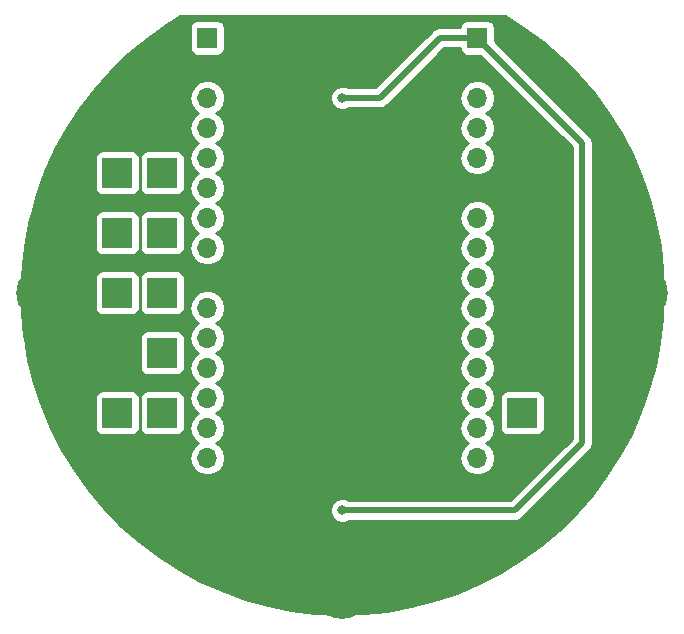
<source format=gbr>
G04 #@! TF.GenerationSoftware,KiCad,Pcbnew,5.0.2+dfsg1-1*
G04 #@! TF.CreationDate,2021-08-24T19:42:59-04:00*
G04 #@! TF.ProjectId,WIFI_RGB_PCB,57494649-5f52-4474-925f-5043422e6b69,rev?*
G04 #@! TF.SameCoordinates,Original*
G04 #@! TF.FileFunction,Copper,L2,Bot*
G04 #@! TF.FilePolarity,Positive*
%FSLAX46Y46*%
G04 Gerber Fmt 4.6, Leading zero omitted, Abs format (unit mm)*
G04 Created by KiCad (PCBNEW 5.0.2+dfsg1-1) date Tue 24 Aug 2021 07:42:59 PM EDT*
%MOMM*%
%LPD*%
G01*
G04 APERTURE LIST*
G04 #@! TA.AperFunction,ComponentPad*
%ADD10C,4.400000*%
G04 #@! TD*
G04 #@! TA.AperFunction,ComponentPad*
%ADD11R,1.700000X1.700000*%
G04 #@! TD*
G04 #@! TA.AperFunction,ComponentPad*
%ADD12O,1.700000X1.700000*%
G04 #@! TD*
G04 #@! TA.AperFunction,ComponentPad*
%ADD13R,2.500000X2.500000*%
G04 #@! TD*
G04 #@! TA.AperFunction,ViaPad*
%ADD14C,0.800000*%
G04 #@! TD*
G04 #@! TA.AperFunction,Conductor*
%ADD15C,0.508000*%
G04 #@! TD*
G04 #@! TA.AperFunction,Conductor*
%ADD16C,0.254000*%
G04 #@! TD*
G04 APERTURE END LIST*
D10*
G04 #@! TO.P,H4,1*
G04 #@! TO.N,GND*
X96520000Y-115570000D03*
G04 #@! TD*
G04 #@! TO.P,H2,1*
G04 #@! TO.N,GND*
X96520000Y-69850000D03*
G04 #@! TD*
G04 #@! TO.P,H1,1*
G04 #@! TO.N,GND*
X71120000Y-90170000D03*
G04 #@! TD*
G04 #@! TO.P,H3,1*
G04 #@! TO.N,GND*
X121920000Y-90170000D03*
G04 #@! TD*
D11*
G04 #@! TO.P,J2,1*
G04 #@! TO.N,Net-(J2-Pad1)*
X85090000Y-68580000D03*
D12*
G04 #@! TO.P,J2,2*
G04 #@! TO.N,GND*
X85090000Y-71120000D03*
G04 #@! TO.P,J2,3*
G04 #@! TO.N,/TX*
X85090000Y-73660000D03*
G04 #@! TO.P,J2,4*
G04 #@! TO.N,/RX*
X85090000Y-76200000D03*
G04 #@! TO.P,J2,5*
G04 #@! TO.N,/D8*
X85090000Y-78740000D03*
G04 #@! TO.P,J2,6*
G04 #@! TO.N,/D7*
X85090000Y-81280000D03*
G04 #@! TO.P,J2,7*
G04 #@! TO.N,/D6*
X85090000Y-83820000D03*
G04 #@! TO.P,J2,8*
G04 #@! TO.N,/D5*
X85090000Y-86360000D03*
G04 #@! TO.P,J2,9*
G04 #@! TO.N,GND*
X85090000Y-88900000D03*
G04 #@! TO.P,J2,10*
G04 #@! TO.N,/3V3*
X85090000Y-91440000D03*
G04 #@! TO.P,J2,11*
G04 #@! TO.N,/D4*
X85090000Y-93980000D03*
G04 #@! TO.P,J2,12*
G04 #@! TO.N,/D3*
X85090000Y-96520000D03*
G04 #@! TO.P,J2,13*
G04 #@! TO.N,/D2*
X85090000Y-99060000D03*
G04 #@! TO.P,J2,14*
G04 #@! TO.N,/D1*
X85090000Y-101600000D03*
G04 #@! TO.P,J2,15*
G04 #@! TO.N,/D0*
X85090000Y-104140000D03*
G04 #@! TD*
D13*
G04 #@! TO.P,TP1,1*
G04 #@! TO.N,/ADC0*
X111760000Y-100330000D03*
G04 #@! TD*
G04 #@! TO.P,TP2,1*
G04 #@! TO.N,/D3*
X81280000Y-100330000D03*
G04 #@! TD*
G04 #@! TO.P,TP3,1*
G04 #@! TO.N,/D4*
X77470000Y-100330000D03*
G04 #@! TD*
G04 #@! TO.P,TP4,1*
G04 #@! TO.N,/3V3*
X81280000Y-95250000D03*
G04 #@! TD*
G04 #@! TO.P,TP5,1*
G04 #@! TO.N,GND*
X77470000Y-95250000D03*
G04 #@! TD*
G04 #@! TO.P,TP6,1*
G04 #@! TO.N,/D5*
X81280000Y-90170000D03*
G04 #@! TD*
G04 #@! TO.P,TP7,1*
G04 #@! TO.N,/D6*
X77470000Y-90170000D03*
G04 #@! TD*
G04 #@! TO.P,TP9,1*
G04 #@! TO.N,/D8*
X77470000Y-85090000D03*
G04 #@! TD*
G04 #@! TO.P,TP10,1*
G04 #@! TO.N,/RX*
X81280000Y-80010000D03*
G04 #@! TD*
G04 #@! TO.P,TP11,1*
G04 #@! TO.N,/TX*
X77470000Y-80010000D03*
G04 #@! TD*
G04 #@! TO.P,TP8,1*
G04 #@! TO.N,/D7*
X81280000Y-85090000D03*
G04 #@! TD*
D12*
G04 #@! TO.P,J1,15*
G04 #@! TO.N,/ADC0*
X107950000Y-104140000D03*
G04 #@! TO.P,J1,14*
G04 #@! TO.N,Net-(J1-Pad14)*
X107950000Y-101600000D03*
G04 #@! TO.P,J1,13*
G04 #@! TO.N,Net-(J1-Pad13)*
X107950000Y-99060000D03*
G04 #@! TO.P,J1,12*
G04 #@! TO.N,Net-(J1-Pad12)*
X107950000Y-96520000D03*
G04 #@! TO.P,J1,11*
G04 #@! TO.N,Net-(J1-Pad11)*
X107950000Y-93980000D03*
G04 #@! TO.P,J1,10*
G04 #@! TO.N,Net-(J1-Pad10)*
X107950000Y-91440000D03*
G04 #@! TO.P,J1,9*
G04 #@! TO.N,Net-(J1-Pad9)*
X107950000Y-88900000D03*
G04 #@! TO.P,J1,8*
G04 #@! TO.N,Net-(J1-Pad8)*
X107950000Y-86360000D03*
G04 #@! TO.P,J1,7*
G04 #@! TO.N,Net-(J1-Pad7)*
X107950000Y-83820000D03*
G04 #@! TO.P,J1,6*
G04 #@! TO.N,GND*
X107950000Y-81280000D03*
G04 #@! TO.P,J1,5*
G04 #@! TO.N,Net-(J1-Pad5)*
X107950000Y-78740000D03*
G04 #@! TO.P,J1,4*
G04 #@! TO.N,Net-(J1-Pad4)*
X107950000Y-76200000D03*
G04 #@! TO.P,J1,3*
G04 #@! TO.N,Net-(J1-Pad3)*
X107950000Y-73660000D03*
G04 #@! TO.P,J1,2*
G04 #@! TO.N,GND*
X107950000Y-71120000D03*
D11*
G04 #@! TO.P,J1,1*
G04 #@! TO.N,+5V*
X107950000Y-68580000D03*
G04 #@! TD*
D14*
G04 #@! TO.N,GND*
X95570000Y-100076000D03*
X100142000Y-96266004D03*
X91252005Y-103184991D03*
G04 #@! TO.N,+5V*
X96520000Y-108585000D03*
X96520000Y-73660000D03*
G04 #@! TD*
D15*
G04 #@! TO.N,+5V*
X116840000Y-77470000D02*
X107950000Y-68580000D01*
X111760000Y-107950000D02*
X116840000Y-102870000D01*
X116840000Y-102870000D02*
X116840000Y-77470000D01*
X111125000Y-108585000D02*
X116840000Y-102870000D01*
X96520000Y-108585000D02*
X111125000Y-108585000D01*
X99695000Y-73660000D02*
X96520000Y-73660000D01*
X107950000Y-68580000D02*
X104775000Y-68580000D01*
X104775000Y-68580000D02*
X99695000Y-73660000D01*
G04 #@! TD*
D16*
G04 #@! TO.N,GND*
G36*
X111844283Y-67731900D02*
X113483518Y-68944047D01*
X115027265Y-70275702D01*
X116466815Y-71719348D01*
X117794073Y-73266870D01*
X119001565Y-74909554D01*
X120082489Y-76638144D01*
X121030770Y-78442931D01*
X121841057Y-80313730D01*
X122508789Y-82240006D01*
X123030216Y-84210939D01*
X123402396Y-86215415D01*
X123623236Y-88242150D01*
X123691492Y-90279744D01*
X123606778Y-92316725D01*
X123369574Y-94341615D01*
X122981214Y-96343017D01*
X122443887Y-98309660D01*
X121760614Y-100230487D01*
X120935240Y-102094681D01*
X119972421Y-103891732D01*
X118877559Y-105611554D01*
X117656847Y-107244416D01*
X116317124Y-108781177D01*
X114865959Y-110213148D01*
X113311506Y-111532286D01*
X111662520Y-112731163D01*
X109928287Y-113803024D01*
X108118575Y-114741834D01*
X106243560Y-115542315D01*
X104313804Y-116199956D01*
X102340172Y-116711055D01*
X100333772Y-117072735D01*
X98305916Y-117282958D01*
X96267988Y-117340544D01*
X94231480Y-117245167D01*
X92207866Y-116997364D01*
X90208521Y-116598531D01*
X88244715Y-116050912D01*
X86327491Y-115357591D01*
X84467637Y-114522465D01*
X82675657Y-113550252D01*
X80961597Y-112446402D01*
X79335143Y-111217153D01*
X77805417Y-109869401D01*
X76381062Y-108410755D01*
X75070084Y-106849420D01*
X73879860Y-105194183D01*
X72817097Y-103454367D01*
X71887773Y-101639761D01*
X71097120Y-99760576D01*
X70869158Y-99080000D01*
X75572560Y-99080000D01*
X75572560Y-101580000D01*
X75621843Y-101827765D01*
X75762191Y-102037809D01*
X75972235Y-102178157D01*
X76220000Y-102227440D01*
X78720000Y-102227440D01*
X78967765Y-102178157D01*
X79177809Y-102037809D01*
X79318157Y-101827765D01*
X79367440Y-101580000D01*
X79367440Y-99080000D01*
X79382560Y-99080000D01*
X79382560Y-101580000D01*
X79431843Y-101827765D01*
X79572191Y-102037809D01*
X79782235Y-102178157D01*
X80030000Y-102227440D01*
X82530000Y-102227440D01*
X82777765Y-102178157D01*
X82987809Y-102037809D01*
X83128157Y-101827765D01*
X83177440Y-101580000D01*
X83177440Y-99080000D01*
X83128157Y-98832235D01*
X82987809Y-98622191D01*
X82777765Y-98481843D01*
X82530000Y-98432560D01*
X80030000Y-98432560D01*
X79782235Y-98481843D01*
X79572191Y-98622191D01*
X79431843Y-98832235D01*
X79382560Y-99080000D01*
X79367440Y-99080000D01*
X79318157Y-98832235D01*
X79177809Y-98622191D01*
X78967765Y-98481843D01*
X78720000Y-98432560D01*
X76220000Y-98432560D01*
X75972235Y-98481843D01*
X75762191Y-98622191D01*
X75621843Y-98832235D01*
X75572560Y-99080000D01*
X70869158Y-99080000D01*
X70449594Y-97827408D01*
X69948834Y-95851120D01*
X69625144Y-94000000D01*
X79382560Y-94000000D01*
X79382560Y-96500000D01*
X79431843Y-96747765D01*
X79572191Y-96957809D01*
X79782235Y-97098157D01*
X80030000Y-97147440D01*
X82530000Y-97147440D01*
X82777765Y-97098157D01*
X82987809Y-96957809D01*
X83128157Y-96747765D01*
X83177440Y-96500000D01*
X83177440Y-94000000D01*
X83128157Y-93752235D01*
X82987809Y-93542191D01*
X82777765Y-93401843D01*
X82530000Y-93352560D01*
X80030000Y-93352560D01*
X79782235Y-93401843D01*
X79572191Y-93542191D01*
X79431843Y-93752235D01*
X79382560Y-94000000D01*
X69625144Y-94000000D01*
X69597666Y-93842862D01*
X69398062Y-91813921D01*
X69351147Y-89775726D01*
X69395715Y-88920000D01*
X75572560Y-88920000D01*
X75572560Y-91420000D01*
X75621843Y-91667765D01*
X75762191Y-91877809D01*
X75972235Y-92018157D01*
X76220000Y-92067440D01*
X78720000Y-92067440D01*
X78967765Y-92018157D01*
X79177809Y-91877809D01*
X79318157Y-91667765D01*
X79367440Y-91420000D01*
X79367440Y-88920000D01*
X79382560Y-88920000D01*
X79382560Y-91420000D01*
X79431843Y-91667765D01*
X79572191Y-91877809D01*
X79782235Y-92018157D01*
X80030000Y-92067440D01*
X82530000Y-92067440D01*
X82777765Y-92018157D01*
X82987809Y-91877809D01*
X83128157Y-91667765D01*
X83173461Y-91440000D01*
X83575908Y-91440000D01*
X83691161Y-92019418D01*
X84019375Y-92510625D01*
X84317761Y-92710000D01*
X84019375Y-92909375D01*
X83691161Y-93400582D01*
X83575908Y-93980000D01*
X83691161Y-94559418D01*
X84019375Y-95050625D01*
X84317761Y-95250000D01*
X84019375Y-95449375D01*
X83691161Y-95940582D01*
X83575908Y-96520000D01*
X83691161Y-97099418D01*
X84019375Y-97590625D01*
X84317761Y-97790000D01*
X84019375Y-97989375D01*
X83691161Y-98480582D01*
X83575908Y-99060000D01*
X83691161Y-99639418D01*
X84019375Y-100130625D01*
X84317761Y-100330000D01*
X84019375Y-100529375D01*
X83691161Y-101020582D01*
X83575908Y-101600000D01*
X83691161Y-102179418D01*
X84019375Y-102670625D01*
X84317761Y-102870000D01*
X84019375Y-103069375D01*
X83691161Y-103560582D01*
X83575908Y-104140000D01*
X83691161Y-104719418D01*
X84019375Y-105210625D01*
X84510582Y-105538839D01*
X84943744Y-105625000D01*
X85236256Y-105625000D01*
X85669418Y-105538839D01*
X86160625Y-105210625D01*
X86488839Y-104719418D01*
X86604092Y-104140000D01*
X86488839Y-103560582D01*
X86160625Y-103069375D01*
X85862239Y-102870000D01*
X86160625Y-102670625D01*
X86488839Y-102179418D01*
X86604092Y-101600000D01*
X86488839Y-101020582D01*
X86160625Y-100529375D01*
X85862239Y-100330000D01*
X86160625Y-100130625D01*
X86488839Y-99639418D01*
X86604092Y-99060000D01*
X86488839Y-98480582D01*
X86160625Y-97989375D01*
X85862239Y-97790000D01*
X86160625Y-97590625D01*
X86488839Y-97099418D01*
X86604092Y-96520000D01*
X86488839Y-95940582D01*
X86160625Y-95449375D01*
X85862239Y-95250000D01*
X86160625Y-95050625D01*
X86488839Y-94559418D01*
X86604092Y-93980000D01*
X86488839Y-93400582D01*
X86160625Y-92909375D01*
X85862239Y-92710000D01*
X86160625Y-92510625D01*
X86488839Y-92019418D01*
X86604092Y-91440000D01*
X86488839Y-90860582D01*
X86160625Y-90369375D01*
X85669418Y-90041161D01*
X85236256Y-89955000D01*
X84943744Y-89955000D01*
X84510582Y-90041161D01*
X84019375Y-90369375D01*
X83691161Y-90860582D01*
X83575908Y-91440000D01*
X83173461Y-91440000D01*
X83177440Y-91420000D01*
X83177440Y-88920000D01*
X83128157Y-88672235D01*
X82987809Y-88462191D01*
X82777765Y-88321843D01*
X82530000Y-88272560D01*
X80030000Y-88272560D01*
X79782235Y-88321843D01*
X79572191Y-88462191D01*
X79431843Y-88672235D01*
X79382560Y-88920000D01*
X79367440Y-88920000D01*
X79318157Y-88672235D01*
X79177809Y-88462191D01*
X78967765Y-88321843D01*
X78720000Y-88272560D01*
X76220000Y-88272560D01*
X75972235Y-88321843D01*
X75762191Y-88462191D01*
X75621843Y-88672235D01*
X75572560Y-88920000D01*
X69395715Y-88920000D01*
X69457187Y-87739747D01*
X69715581Y-85717463D01*
X70100333Y-83840000D01*
X75572560Y-83840000D01*
X75572560Y-86340000D01*
X75621843Y-86587765D01*
X75762191Y-86797809D01*
X75972235Y-86938157D01*
X76220000Y-86987440D01*
X78720000Y-86987440D01*
X78967765Y-86938157D01*
X79177809Y-86797809D01*
X79318157Y-86587765D01*
X79367440Y-86340000D01*
X79367440Y-83840000D01*
X79382560Y-83840000D01*
X79382560Y-86340000D01*
X79431843Y-86587765D01*
X79572191Y-86797809D01*
X79782235Y-86938157D01*
X80030000Y-86987440D01*
X82530000Y-86987440D01*
X82777765Y-86938157D01*
X82987809Y-86797809D01*
X83128157Y-86587765D01*
X83177440Y-86340000D01*
X83177440Y-83840000D01*
X83128157Y-83592235D01*
X82987809Y-83382191D01*
X82777765Y-83241843D01*
X82530000Y-83192560D01*
X80030000Y-83192560D01*
X79782235Y-83241843D01*
X79572191Y-83382191D01*
X79431843Y-83592235D01*
X79382560Y-83840000D01*
X79367440Y-83840000D01*
X79318157Y-83592235D01*
X79177809Y-83382191D01*
X78967765Y-83241843D01*
X78720000Y-83192560D01*
X76220000Y-83192560D01*
X75972235Y-83241843D01*
X75762191Y-83382191D01*
X75621843Y-83592235D01*
X75572560Y-83840000D01*
X70100333Y-83840000D01*
X70124880Y-83720220D01*
X70682773Y-81759309D01*
X71386124Y-79845744D01*
X71880500Y-78760000D01*
X75572560Y-78760000D01*
X75572560Y-81260000D01*
X75621843Y-81507765D01*
X75762191Y-81717809D01*
X75972235Y-81858157D01*
X76220000Y-81907440D01*
X78720000Y-81907440D01*
X78967765Y-81858157D01*
X79177809Y-81717809D01*
X79318157Y-81507765D01*
X79367440Y-81260000D01*
X79367440Y-78760000D01*
X79382560Y-78760000D01*
X79382560Y-81260000D01*
X79431843Y-81507765D01*
X79572191Y-81717809D01*
X79782235Y-81858157D01*
X80030000Y-81907440D01*
X82530000Y-81907440D01*
X82777765Y-81858157D01*
X82987809Y-81717809D01*
X83128157Y-81507765D01*
X83177440Y-81260000D01*
X83177440Y-78760000D01*
X83128157Y-78512235D01*
X82987809Y-78302191D01*
X82777765Y-78161843D01*
X82530000Y-78112560D01*
X80030000Y-78112560D01*
X79782235Y-78161843D01*
X79572191Y-78302191D01*
X79431843Y-78512235D01*
X79382560Y-78760000D01*
X79367440Y-78760000D01*
X79318157Y-78512235D01*
X79177809Y-78302191D01*
X78967765Y-78161843D01*
X78720000Y-78112560D01*
X76220000Y-78112560D01*
X75972235Y-78161843D01*
X75762191Y-78302191D01*
X75621843Y-78512235D01*
X75572560Y-78760000D01*
X71880500Y-78760000D01*
X72230970Y-77990303D01*
X73212558Y-76203428D01*
X74325364Y-74495176D01*
X74963474Y-73660000D01*
X83575908Y-73660000D01*
X83691161Y-74239418D01*
X84019375Y-74730625D01*
X84317761Y-74930000D01*
X84019375Y-75129375D01*
X83691161Y-75620582D01*
X83575908Y-76200000D01*
X83691161Y-76779418D01*
X84019375Y-77270625D01*
X84317761Y-77470000D01*
X84019375Y-77669375D01*
X83691161Y-78160582D01*
X83575908Y-78740000D01*
X83691161Y-79319418D01*
X84019375Y-79810625D01*
X84317761Y-80010000D01*
X84019375Y-80209375D01*
X83691161Y-80700582D01*
X83575908Y-81280000D01*
X83691161Y-81859418D01*
X84019375Y-82350625D01*
X84317761Y-82550000D01*
X84019375Y-82749375D01*
X83691161Y-83240582D01*
X83575908Y-83820000D01*
X83691161Y-84399418D01*
X84019375Y-84890625D01*
X84317761Y-85090000D01*
X84019375Y-85289375D01*
X83691161Y-85780582D01*
X83575908Y-86360000D01*
X83691161Y-86939418D01*
X84019375Y-87430625D01*
X84510582Y-87758839D01*
X84943744Y-87845000D01*
X85236256Y-87845000D01*
X85669418Y-87758839D01*
X86160625Y-87430625D01*
X86488839Y-86939418D01*
X86604092Y-86360000D01*
X86488839Y-85780582D01*
X86160625Y-85289375D01*
X85862239Y-85090000D01*
X86160625Y-84890625D01*
X86488839Y-84399418D01*
X86604092Y-83820000D01*
X106435908Y-83820000D01*
X106551161Y-84399418D01*
X106879375Y-84890625D01*
X107177761Y-85090000D01*
X106879375Y-85289375D01*
X106551161Y-85780582D01*
X106435908Y-86360000D01*
X106551161Y-86939418D01*
X106879375Y-87430625D01*
X107177761Y-87630000D01*
X106879375Y-87829375D01*
X106551161Y-88320582D01*
X106435908Y-88900000D01*
X106551161Y-89479418D01*
X106879375Y-89970625D01*
X107177761Y-90170000D01*
X106879375Y-90369375D01*
X106551161Y-90860582D01*
X106435908Y-91440000D01*
X106551161Y-92019418D01*
X106879375Y-92510625D01*
X107177761Y-92710000D01*
X106879375Y-92909375D01*
X106551161Y-93400582D01*
X106435908Y-93980000D01*
X106551161Y-94559418D01*
X106879375Y-95050625D01*
X107177761Y-95250000D01*
X106879375Y-95449375D01*
X106551161Y-95940582D01*
X106435908Y-96520000D01*
X106551161Y-97099418D01*
X106879375Y-97590625D01*
X107177761Y-97790000D01*
X106879375Y-97989375D01*
X106551161Y-98480582D01*
X106435908Y-99060000D01*
X106551161Y-99639418D01*
X106879375Y-100130625D01*
X107177761Y-100330000D01*
X106879375Y-100529375D01*
X106551161Y-101020582D01*
X106435908Y-101600000D01*
X106551161Y-102179418D01*
X106879375Y-102670625D01*
X107177761Y-102870000D01*
X106879375Y-103069375D01*
X106551161Y-103560582D01*
X106435908Y-104140000D01*
X106551161Y-104719418D01*
X106879375Y-105210625D01*
X107370582Y-105538839D01*
X107803744Y-105625000D01*
X108096256Y-105625000D01*
X108529418Y-105538839D01*
X109020625Y-105210625D01*
X109348839Y-104719418D01*
X109464092Y-104140000D01*
X109348839Y-103560582D01*
X109020625Y-103069375D01*
X108722239Y-102870000D01*
X109020625Y-102670625D01*
X109348839Y-102179418D01*
X109464092Y-101600000D01*
X109348839Y-101020582D01*
X109020625Y-100529375D01*
X108722239Y-100330000D01*
X109020625Y-100130625D01*
X109348839Y-99639418D01*
X109460113Y-99080000D01*
X109862560Y-99080000D01*
X109862560Y-101580000D01*
X109911843Y-101827765D01*
X110052191Y-102037809D01*
X110262235Y-102178157D01*
X110510000Y-102227440D01*
X113010000Y-102227440D01*
X113257765Y-102178157D01*
X113467809Y-102037809D01*
X113608157Y-101827765D01*
X113657440Y-101580000D01*
X113657440Y-99080000D01*
X113608157Y-98832235D01*
X113467809Y-98622191D01*
X113257765Y-98481843D01*
X113010000Y-98432560D01*
X110510000Y-98432560D01*
X110262235Y-98481843D01*
X110052191Y-98622191D01*
X109911843Y-98832235D01*
X109862560Y-99080000D01*
X109460113Y-99080000D01*
X109464092Y-99060000D01*
X109348839Y-98480582D01*
X109020625Y-97989375D01*
X108722239Y-97790000D01*
X109020625Y-97590625D01*
X109348839Y-97099418D01*
X109464092Y-96520000D01*
X109348839Y-95940582D01*
X109020625Y-95449375D01*
X108722239Y-95250000D01*
X109020625Y-95050625D01*
X109348839Y-94559418D01*
X109464092Y-93980000D01*
X109348839Y-93400582D01*
X109020625Y-92909375D01*
X108722239Y-92710000D01*
X109020625Y-92510625D01*
X109348839Y-92019418D01*
X109464092Y-91440000D01*
X109348839Y-90860582D01*
X109020625Y-90369375D01*
X108722239Y-90170000D01*
X109020625Y-89970625D01*
X109348839Y-89479418D01*
X109464092Y-88900000D01*
X109348839Y-88320582D01*
X109020625Y-87829375D01*
X108722239Y-87630000D01*
X109020625Y-87430625D01*
X109348839Y-86939418D01*
X109464092Y-86360000D01*
X109348839Y-85780582D01*
X109020625Y-85289375D01*
X108722239Y-85090000D01*
X109020625Y-84890625D01*
X109348839Y-84399418D01*
X109464092Y-83820000D01*
X109348839Y-83240582D01*
X109020625Y-82749375D01*
X108529418Y-82421161D01*
X108096256Y-82335000D01*
X107803744Y-82335000D01*
X107370582Y-82421161D01*
X106879375Y-82749375D01*
X106551161Y-83240582D01*
X106435908Y-83820000D01*
X86604092Y-83820000D01*
X86488839Y-83240582D01*
X86160625Y-82749375D01*
X85862239Y-82550000D01*
X86160625Y-82350625D01*
X86488839Y-81859418D01*
X86604092Y-81280000D01*
X86488839Y-80700582D01*
X86160625Y-80209375D01*
X85862239Y-80010000D01*
X86160625Y-79810625D01*
X86488839Y-79319418D01*
X86604092Y-78740000D01*
X86488839Y-78160582D01*
X86160625Y-77669375D01*
X85862239Y-77470000D01*
X86160625Y-77270625D01*
X86488839Y-76779418D01*
X86604092Y-76200000D01*
X86488839Y-75620582D01*
X86160625Y-75129375D01*
X85862239Y-74930000D01*
X86160625Y-74730625D01*
X86488839Y-74239418D01*
X86604092Y-73660000D01*
X86563142Y-73454126D01*
X95485000Y-73454126D01*
X95485000Y-73865874D01*
X95642569Y-74246280D01*
X95933720Y-74537431D01*
X96314126Y-74695000D01*
X96725874Y-74695000D01*
X97078350Y-74549000D01*
X99607445Y-74549000D01*
X99695000Y-74566416D01*
X99782555Y-74549000D01*
X99782556Y-74549000D01*
X100041870Y-74497419D01*
X100335933Y-74300933D01*
X100385531Y-74226704D01*
X100952235Y-73660000D01*
X106435908Y-73660000D01*
X106551161Y-74239418D01*
X106879375Y-74730625D01*
X107177761Y-74930000D01*
X106879375Y-75129375D01*
X106551161Y-75620582D01*
X106435908Y-76200000D01*
X106551161Y-76779418D01*
X106879375Y-77270625D01*
X107177761Y-77470000D01*
X106879375Y-77669375D01*
X106551161Y-78160582D01*
X106435908Y-78740000D01*
X106551161Y-79319418D01*
X106879375Y-79810625D01*
X107370582Y-80138839D01*
X107803744Y-80225000D01*
X108096256Y-80225000D01*
X108529418Y-80138839D01*
X109020625Y-79810625D01*
X109348839Y-79319418D01*
X109464092Y-78740000D01*
X109348839Y-78160582D01*
X109020625Y-77669375D01*
X108722239Y-77470000D01*
X109020625Y-77270625D01*
X109348839Y-76779418D01*
X109464092Y-76200000D01*
X109348839Y-75620582D01*
X109020625Y-75129375D01*
X108722239Y-74930000D01*
X109020625Y-74730625D01*
X109348839Y-74239418D01*
X109464092Y-73660000D01*
X109348839Y-73080582D01*
X109020625Y-72589375D01*
X108529418Y-72261161D01*
X108096256Y-72175000D01*
X107803744Y-72175000D01*
X107370582Y-72261161D01*
X106879375Y-72589375D01*
X106551161Y-73080582D01*
X106435908Y-73660000D01*
X100952235Y-73660000D01*
X105143236Y-69469000D01*
X106460318Y-69469000D01*
X106501843Y-69677765D01*
X106642191Y-69887809D01*
X106852235Y-70028157D01*
X107100000Y-70077440D01*
X108190205Y-70077440D01*
X115951001Y-77838237D01*
X115951000Y-102501764D01*
X110756765Y-107696000D01*
X97078350Y-107696000D01*
X96725874Y-107550000D01*
X96314126Y-107550000D01*
X95933720Y-107707569D01*
X95642569Y-107998720D01*
X95485000Y-108379126D01*
X95485000Y-108790874D01*
X95642569Y-109171280D01*
X95933720Y-109462431D01*
X96314126Y-109620000D01*
X96725874Y-109620000D01*
X97078350Y-109474000D01*
X111037445Y-109474000D01*
X111125000Y-109491416D01*
X111212555Y-109474000D01*
X111212556Y-109474000D01*
X111471870Y-109422419D01*
X111765933Y-109225933D01*
X111815531Y-109151704D01*
X117406707Y-103560529D01*
X117480933Y-103510933D01*
X117544888Y-103415217D01*
X117677419Y-103216871D01*
X117746416Y-102870000D01*
X117729000Y-102782444D01*
X117729000Y-77557556D01*
X117746416Y-77470000D01*
X117677419Y-77123129D01*
X117530529Y-76903293D01*
X117480933Y-76829067D01*
X117406707Y-76779471D01*
X109447440Y-68820205D01*
X109447440Y-67730000D01*
X109398157Y-67482235D01*
X109257809Y-67272191D01*
X109047765Y-67131843D01*
X108800000Y-67082560D01*
X107100000Y-67082560D01*
X106852235Y-67131843D01*
X106642191Y-67272191D01*
X106501843Y-67482235D01*
X106460318Y-67691000D01*
X104862555Y-67691000D01*
X104775000Y-67673584D01*
X104687445Y-67691000D01*
X104687444Y-67691000D01*
X104428130Y-67742581D01*
X104134067Y-67939067D01*
X104084471Y-68013293D01*
X99326765Y-72771000D01*
X97078350Y-72771000D01*
X96725874Y-72625000D01*
X96314126Y-72625000D01*
X95933720Y-72782569D01*
X95642569Y-73073720D01*
X95485000Y-73454126D01*
X86563142Y-73454126D01*
X86488839Y-73080582D01*
X86160625Y-72589375D01*
X85669418Y-72261161D01*
X85236256Y-72175000D01*
X84943744Y-72175000D01*
X84510582Y-72261161D01*
X84019375Y-72589375D01*
X83691161Y-73080582D01*
X83575908Y-73660000D01*
X74963474Y-73660000D01*
X75563122Y-72875166D01*
X76918850Y-71352536D01*
X78384936Y-69935835D01*
X79953122Y-68633042D01*
X81222952Y-67730000D01*
X83592560Y-67730000D01*
X83592560Y-69430000D01*
X83641843Y-69677765D01*
X83782191Y-69887809D01*
X83992235Y-70028157D01*
X84240000Y-70077440D01*
X85940000Y-70077440D01*
X86187765Y-70028157D01*
X86397809Y-69887809D01*
X86538157Y-69677765D01*
X86587440Y-69430000D01*
X86587440Y-67730000D01*
X86538157Y-67482235D01*
X86397809Y-67272191D01*
X86187765Y-67131843D01*
X85940000Y-67082560D01*
X84240000Y-67082560D01*
X83992235Y-67131843D01*
X83782191Y-67272191D01*
X83641843Y-67482235D01*
X83592560Y-67730000D01*
X81222952Y-67730000D01*
X81617340Y-67449531D01*
X82751475Y-66749934D01*
X110269644Y-66741009D01*
X111844283Y-67731900D01*
X111844283Y-67731900D01*
G37*
X111844283Y-67731900D02*
X113483518Y-68944047D01*
X115027265Y-70275702D01*
X116466815Y-71719348D01*
X117794073Y-73266870D01*
X119001565Y-74909554D01*
X120082489Y-76638144D01*
X121030770Y-78442931D01*
X121841057Y-80313730D01*
X122508789Y-82240006D01*
X123030216Y-84210939D01*
X123402396Y-86215415D01*
X123623236Y-88242150D01*
X123691492Y-90279744D01*
X123606778Y-92316725D01*
X123369574Y-94341615D01*
X122981214Y-96343017D01*
X122443887Y-98309660D01*
X121760614Y-100230487D01*
X120935240Y-102094681D01*
X119972421Y-103891732D01*
X118877559Y-105611554D01*
X117656847Y-107244416D01*
X116317124Y-108781177D01*
X114865959Y-110213148D01*
X113311506Y-111532286D01*
X111662520Y-112731163D01*
X109928287Y-113803024D01*
X108118575Y-114741834D01*
X106243560Y-115542315D01*
X104313804Y-116199956D01*
X102340172Y-116711055D01*
X100333772Y-117072735D01*
X98305916Y-117282958D01*
X96267988Y-117340544D01*
X94231480Y-117245167D01*
X92207866Y-116997364D01*
X90208521Y-116598531D01*
X88244715Y-116050912D01*
X86327491Y-115357591D01*
X84467637Y-114522465D01*
X82675657Y-113550252D01*
X80961597Y-112446402D01*
X79335143Y-111217153D01*
X77805417Y-109869401D01*
X76381062Y-108410755D01*
X75070084Y-106849420D01*
X73879860Y-105194183D01*
X72817097Y-103454367D01*
X71887773Y-101639761D01*
X71097120Y-99760576D01*
X70869158Y-99080000D01*
X75572560Y-99080000D01*
X75572560Y-101580000D01*
X75621843Y-101827765D01*
X75762191Y-102037809D01*
X75972235Y-102178157D01*
X76220000Y-102227440D01*
X78720000Y-102227440D01*
X78967765Y-102178157D01*
X79177809Y-102037809D01*
X79318157Y-101827765D01*
X79367440Y-101580000D01*
X79367440Y-99080000D01*
X79382560Y-99080000D01*
X79382560Y-101580000D01*
X79431843Y-101827765D01*
X79572191Y-102037809D01*
X79782235Y-102178157D01*
X80030000Y-102227440D01*
X82530000Y-102227440D01*
X82777765Y-102178157D01*
X82987809Y-102037809D01*
X83128157Y-101827765D01*
X83177440Y-101580000D01*
X83177440Y-99080000D01*
X83128157Y-98832235D01*
X82987809Y-98622191D01*
X82777765Y-98481843D01*
X82530000Y-98432560D01*
X80030000Y-98432560D01*
X79782235Y-98481843D01*
X79572191Y-98622191D01*
X79431843Y-98832235D01*
X79382560Y-99080000D01*
X79367440Y-99080000D01*
X79318157Y-98832235D01*
X79177809Y-98622191D01*
X78967765Y-98481843D01*
X78720000Y-98432560D01*
X76220000Y-98432560D01*
X75972235Y-98481843D01*
X75762191Y-98622191D01*
X75621843Y-98832235D01*
X75572560Y-99080000D01*
X70869158Y-99080000D01*
X70449594Y-97827408D01*
X69948834Y-95851120D01*
X69625144Y-94000000D01*
X79382560Y-94000000D01*
X79382560Y-96500000D01*
X79431843Y-96747765D01*
X79572191Y-96957809D01*
X79782235Y-97098157D01*
X80030000Y-97147440D01*
X82530000Y-97147440D01*
X82777765Y-97098157D01*
X82987809Y-96957809D01*
X83128157Y-96747765D01*
X83177440Y-96500000D01*
X83177440Y-94000000D01*
X83128157Y-93752235D01*
X82987809Y-93542191D01*
X82777765Y-93401843D01*
X82530000Y-93352560D01*
X80030000Y-93352560D01*
X79782235Y-93401843D01*
X79572191Y-93542191D01*
X79431843Y-93752235D01*
X79382560Y-94000000D01*
X69625144Y-94000000D01*
X69597666Y-93842862D01*
X69398062Y-91813921D01*
X69351147Y-89775726D01*
X69395715Y-88920000D01*
X75572560Y-88920000D01*
X75572560Y-91420000D01*
X75621843Y-91667765D01*
X75762191Y-91877809D01*
X75972235Y-92018157D01*
X76220000Y-92067440D01*
X78720000Y-92067440D01*
X78967765Y-92018157D01*
X79177809Y-91877809D01*
X79318157Y-91667765D01*
X79367440Y-91420000D01*
X79367440Y-88920000D01*
X79382560Y-88920000D01*
X79382560Y-91420000D01*
X79431843Y-91667765D01*
X79572191Y-91877809D01*
X79782235Y-92018157D01*
X80030000Y-92067440D01*
X82530000Y-92067440D01*
X82777765Y-92018157D01*
X82987809Y-91877809D01*
X83128157Y-91667765D01*
X83173461Y-91440000D01*
X83575908Y-91440000D01*
X83691161Y-92019418D01*
X84019375Y-92510625D01*
X84317761Y-92710000D01*
X84019375Y-92909375D01*
X83691161Y-93400582D01*
X83575908Y-93980000D01*
X83691161Y-94559418D01*
X84019375Y-95050625D01*
X84317761Y-95250000D01*
X84019375Y-95449375D01*
X83691161Y-95940582D01*
X83575908Y-96520000D01*
X83691161Y-97099418D01*
X84019375Y-97590625D01*
X84317761Y-97790000D01*
X84019375Y-97989375D01*
X83691161Y-98480582D01*
X83575908Y-99060000D01*
X83691161Y-99639418D01*
X84019375Y-100130625D01*
X84317761Y-100330000D01*
X84019375Y-100529375D01*
X83691161Y-101020582D01*
X83575908Y-101600000D01*
X83691161Y-102179418D01*
X84019375Y-102670625D01*
X84317761Y-102870000D01*
X84019375Y-103069375D01*
X83691161Y-103560582D01*
X83575908Y-104140000D01*
X83691161Y-104719418D01*
X84019375Y-105210625D01*
X84510582Y-105538839D01*
X84943744Y-105625000D01*
X85236256Y-105625000D01*
X85669418Y-105538839D01*
X86160625Y-105210625D01*
X86488839Y-104719418D01*
X86604092Y-104140000D01*
X86488839Y-103560582D01*
X86160625Y-103069375D01*
X85862239Y-102870000D01*
X86160625Y-102670625D01*
X86488839Y-102179418D01*
X86604092Y-101600000D01*
X86488839Y-101020582D01*
X86160625Y-100529375D01*
X85862239Y-100330000D01*
X86160625Y-100130625D01*
X86488839Y-99639418D01*
X86604092Y-99060000D01*
X86488839Y-98480582D01*
X86160625Y-97989375D01*
X85862239Y-97790000D01*
X86160625Y-97590625D01*
X86488839Y-97099418D01*
X86604092Y-96520000D01*
X86488839Y-95940582D01*
X86160625Y-95449375D01*
X85862239Y-95250000D01*
X86160625Y-95050625D01*
X86488839Y-94559418D01*
X86604092Y-93980000D01*
X86488839Y-93400582D01*
X86160625Y-92909375D01*
X85862239Y-92710000D01*
X86160625Y-92510625D01*
X86488839Y-92019418D01*
X86604092Y-91440000D01*
X86488839Y-90860582D01*
X86160625Y-90369375D01*
X85669418Y-90041161D01*
X85236256Y-89955000D01*
X84943744Y-89955000D01*
X84510582Y-90041161D01*
X84019375Y-90369375D01*
X83691161Y-90860582D01*
X83575908Y-91440000D01*
X83173461Y-91440000D01*
X83177440Y-91420000D01*
X83177440Y-88920000D01*
X83128157Y-88672235D01*
X82987809Y-88462191D01*
X82777765Y-88321843D01*
X82530000Y-88272560D01*
X80030000Y-88272560D01*
X79782235Y-88321843D01*
X79572191Y-88462191D01*
X79431843Y-88672235D01*
X79382560Y-88920000D01*
X79367440Y-88920000D01*
X79318157Y-88672235D01*
X79177809Y-88462191D01*
X78967765Y-88321843D01*
X78720000Y-88272560D01*
X76220000Y-88272560D01*
X75972235Y-88321843D01*
X75762191Y-88462191D01*
X75621843Y-88672235D01*
X75572560Y-88920000D01*
X69395715Y-88920000D01*
X69457187Y-87739747D01*
X69715581Y-85717463D01*
X70100333Y-83840000D01*
X75572560Y-83840000D01*
X75572560Y-86340000D01*
X75621843Y-86587765D01*
X75762191Y-86797809D01*
X75972235Y-86938157D01*
X76220000Y-86987440D01*
X78720000Y-86987440D01*
X78967765Y-86938157D01*
X79177809Y-86797809D01*
X79318157Y-86587765D01*
X79367440Y-86340000D01*
X79367440Y-83840000D01*
X79382560Y-83840000D01*
X79382560Y-86340000D01*
X79431843Y-86587765D01*
X79572191Y-86797809D01*
X79782235Y-86938157D01*
X80030000Y-86987440D01*
X82530000Y-86987440D01*
X82777765Y-86938157D01*
X82987809Y-86797809D01*
X83128157Y-86587765D01*
X83177440Y-86340000D01*
X83177440Y-83840000D01*
X83128157Y-83592235D01*
X82987809Y-83382191D01*
X82777765Y-83241843D01*
X82530000Y-83192560D01*
X80030000Y-83192560D01*
X79782235Y-83241843D01*
X79572191Y-83382191D01*
X79431843Y-83592235D01*
X79382560Y-83840000D01*
X79367440Y-83840000D01*
X79318157Y-83592235D01*
X79177809Y-83382191D01*
X78967765Y-83241843D01*
X78720000Y-83192560D01*
X76220000Y-83192560D01*
X75972235Y-83241843D01*
X75762191Y-83382191D01*
X75621843Y-83592235D01*
X75572560Y-83840000D01*
X70100333Y-83840000D01*
X70124880Y-83720220D01*
X70682773Y-81759309D01*
X71386124Y-79845744D01*
X71880500Y-78760000D01*
X75572560Y-78760000D01*
X75572560Y-81260000D01*
X75621843Y-81507765D01*
X75762191Y-81717809D01*
X75972235Y-81858157D01*
X76220000Y-81907440D01*
X78720000Y-81907440D01*
X78967765Y-81858157D01*
X79177809Y-81717809D01*
X79318157Y-81507765D01*
X79367440Y-81260000D01*
X79367440Y-78760000D01*
X79382560Y-78760000D01*
X79382560Y-81260000D01*
X79431843Y-81507765D01*
X79572191Y-81717809D01*
X79782235Y-81858157D01*
X80030000Y-81907440D01*
X82530000Y-81907440D01*
X82777765Y-81858157D01*
X82987809Y-81717809D01*
X83128157Y-81507765D01*
X83177440Y-81260000D01*
X83177440Y-78760000D01*
X83128157Y-78512235D01*
X82987809Y-78302191D01*
X82777765Y-78161843D01*
X82530000Y-78112560D01*
X80030000Y-78112560D01*
X79782235Y-78161843D01*
X79572191Y-78302191D01*
X79431843Y-78512235D01*
X79382560Y-78760000D01*
X79367440Y-78760000D01*
X79318157Y-78512235D01*
X79177809Y-78302191D01*
X78967765Y-78161843D01*
X78720000Y-78112560D01*
X76220000Y-78112560D01*
X75972235Y-78161843D01*
X75762191Y-78302191D01*
X75621843Y-78512235D01*
X75572560Y-78760000D01*
X71880500Y-78760000D01*
X72230970Y-77990303D01*
X73212558Y-76203428D01*
X74325364Y-74495176D01*
X74963474Y-73660000D01*
X83575908Y-73660000D01*
X83691161Y-74239418D01*
X84019375Y-74730625D01*
X84317761Y-74930000D01*
X84019375Y-75129375D01*
X83691161Y-75620582D01*
X83575908Y-76200000D01*
X83691161Y-76779418D01*
X84019375Y-77270625D01*
X84317761Y-77470000D01*
X84019375Y-77669375D01*
X83691161Y-78160582D01*
X83575908Y-78740000D01*
X83691161Y-79319418D01*
X84019375Y-79810625D01*
X84317761Y-80010000D01*
X84019375Y-80209375D01*
X83691161Y-80700582D01*
X83575908Y-81280000D01*
X83691161Y-81859418D01*
X84019375Y-82350625D01*
X84317761Y-82550000D01*
X84019375Y-82749375D01*
X83691161Y-83240582D01*
X83575908Y-83820000D01*
X83691161Y-84399418D01*
X84019375Y-84890625D01*
X84317761Y-85090000D01*
X84019375Y-85289375D01*
X83691161Y-85780582D01*
X83575908Y-86360000D01*
X83691161Y-86939418D01*
X84019375Y-87430625D01*
X84510582Y-87758839D01*
X84943744Y-87845000D01*
X85236256Y-87845000D01*
X85669418Y-87758839D01*
X86160625Y-87430625D01*
X86488839Y-86939418D01*
X86604092Y-86360000D01*
X86488839Y-85780582D01*
X86160625Y-85289375D01*
X85862239Y-85090000D01*
X86160625Y-84890625D01*
X86488839Y-84399418D01*
X86604092Y-83820000D01*
X106435908Y-83820000D01*
X106551161Y-84399418D01*
X106879375Y-84890625D01*
X107177761Y-85090000D01*
X106879375Y-85289375D01*
X106551161Y-85780582D01*
X106435908Y-86360000D01*
X106551161Y-86939418D01*
X106879375Y-87430625D01*
X107177761Y-87630000D01*
X106879375Y-87829375D01*
X106551161Y-88320582D01*
X106435908Y-88900000D01*
X106551161Y-89479418D01*
X106879375Y-89970625D01*
X107177761Y-90170000D01*
X106879375Y-90369375D01*
X106551161Y-90860582D01*
X106435908Y-91440000D01*
X106551161Y-92019418D01*
X106879375Y-92510625D01*
X107177761Y-92710000D01*
X106879375Y-92909375D01*
X106551161Y-93400582D01*
X106435908Y-93980000D01*
X106551161Y-94559418D01*
X106879375Y-95050625D01*
X107177761Y-95250000D01*
X106879375Y-95449375D01*
X106551161Y-95940582D01*
X106435908Y-96520000D01*
X106551161Y-97099418D01*
X106879375Y-97590625D01*
X107177761Y-97790000D01*
X106879375Y-97989375D01*
X106551161Y-98480582D01*
X106435908Y-99060000D01*
X106551161Y-99639418D01*
X106879375Y-100130625D01*
X107177761Y-100330000D01*
X106879375Y-100529375D01*
X106551161Y-101020582D01*
X106435908Y-101600000D01*
X106551161Y-102179418D01*
X106879375Y-102670625D01*
X107177761Y-102870000D01*
X106879375Y-103069375D01*
X106551161Y-103560582D01*
X106435908Y-104140000D01*
X106551161Y-104719418D01*
X106879375Y-105210625D01*
X107370582Y-105538839D01*
X107803744Y-105625000D01*
X108096256Y-105625000D01*
X108529418Y-105538839D01*
X109020625Y-105210625D01*
X109348839Y-104719418D01*
X109464092Y-104140000D01*
X109348839Y-103560582D01*
X109020625Y-103069375D01*
X108722239Y-102870000D01*
X109020625Y-102670625D01*
X109348839Y-102179418D01*
X109464092Y-101600000D01*
X109348839Y-101020582D01*
X109020625Y-100529375D01*
X108722239Y-100330000D01*
X109020625Y-100130625D01*
X109348839Y-99639418D01*
X109460113Y-99080000D01*
X109862560Y-99080000D01*
X109862560Y-101580000D01*
X109911843Y-101827765D01*
X110052191Y-102037809D01*
X110262235Y-102178157D01*
X110510000Y-102227440D01*
X113010000Y-102227440D01*
X113257765Y-102178157D01*
X113467809Y-102037809D01*
X113608157Y-101827765D01*
X113657440Y-101580000D01*
X113657440Y-99080000D01*
X113608157Y-98832235D01*
X113467809Y-98622191D01*
X113257765Y-98481843D01*
X113010000Y-98432560D01*
X110510000Y-98432560D01*
X110262235Y-98481843D01*
X110052191Y-98622191D01*
X109911843Y-98832235D01*
X109862560Y-99080000D01*
X109460113Y-99080000D01*
X109464092Y-99060000D01*
X109348839Y-98480582D01*
X109020625Y-97989375D01*
X108722239Y-97790000D01*
X109020625Y-97590625D01*
X109348839Y-97099418D01*
X109464092Y-96520000D01*
X109348839Y-95940582D01*
X109020625Y-95449375D01*
X108722239Y-95250000D01*
X109020625Y-95050625D01*
X109348839Y-94559418D01*
X109464092Y-93980000D01*
X109348839Y-93400582D01*
X109020625Y-92909375D01*
X108722239Y-92710000D01*
X109020625Y-92510625D01*
X109348839Y-92019418D01*
X109464092Y-91440000D01*
X109348839Y-90860582D01*
X109020625Y-90369375D01*
X108722239Y-90170000D01*
X109020625Y-89970625D01*
X109348839Y-89479418D01*
X109464092Y-88900000D01*
X109348839Y-88320582D01*
X109020625Y-87829375D01*
X108722239Y-87630000D01*
X109020625Y-87430625D01*
X109348839Y-86939418D01*
X109464092Y-86360000D01*
X109348839Y-85780582D01*
X109020625Y-85289375D01*
X108722239Y-85090000D01*
X109020625Y-84890625D01*
X109348839Y-84399418D01*
X109464092Y-83820000D01*
X109348839Y-83240582D01*
X109020625Y-82749375D01*
X108529418Y-82421161D01*
X108096256Y-82335000D01*
X107803744Y-82335000D01*
X107370582Y-82421161D01*
X106879375Y-82749375D01*
X106551161Y-83240582D01*
X106435908Y-83820000D01*
X86604092Y-83820000D01*
X86488839Y-83240582D01*
X86160625Y-82749375D01*
X85862239Y-82550000D01*
X86160625Y-82350625D01*
X86488839Y-81859418D01*
X86604092Y-81280000D01*
X86488839Y-80700582D01*
X86160625Y-80209375D01*
X85862239Y-80010000D01*
X86160625Y-79810625D01*
X86488839Y-79319418D01*
X86604092Y-78740000D01*
X86488839Y-78160582D01*
X86160625Y-77669375D01*
X85862239Y-77470000D01*
X86160625Y-77270625D01*
X86488839Y-76779418D01*
X86604092Y-76200000D01*
X86488839Y-75620582D01*
X86160625Y-75129375D01*
X85862239Y-74930000D01*
X86160625Y-74730625D01*
X86488839Y-74239418D01*
X86604092Y-73660000D01*
X86563142Y-73454126D01*
X95485000Y-73454126D01*
X95485000Y-73865874D01*
X95642569Y-74246280D01*
X95933720Y-74537431D01*
X96314126Y-74695000D01*
X96725874Y-74695000D01*
X97078350Y-74549000D01*
X99607445Y-74549000D01*
X99695000Y-74566416D01*
X99782555Y-74549000D01*
X99782556Y-74549000D01*
X100041870Y-74497419D01*
X100335933Y-74300933D01*
X100385531Y-74226704D01*
X100952235Y-73660000D01*
X106435908Y-73660000D01*
X106551161Y-74239418D01*
X106879375Y-74730625D01*
X107177761Y-74930000D01*
X106879375Y-75129375D01*
X106551161Y-75620582D01*
X106435908Y-76200000D01*
X106551161Y-76779418D01*
X106879375Y-77270625D01*
X107177761Y-77470000D01*
X106879375Y-77669375D01*
X106551161Y-78160582D01*
X106435908Y-78740000D01*
X106551161Y-79319418D01*
X106879375Y-79810625D01*
X107370582Y-80138839D01*
X107803744Y-80225000D01*
X108096256Y-80225000D01*
X108529418Y-80138839D01*
X109020625Y-79810625D01*
X109348839Y-79319418D01*
X109464092Y-78740000D01*
X109348839Y-78160582D01*
X109020625Y-77669375D01*
X108722239Y-77470000D01*
X109020625Y-77270625D01*
X109348839Y-76779418D01*
X109464092Y-76200000D01*
X109348839Y-75620582D01*
X109020625Y-75129375D01*
X108722239Y-74930000D01*
X109020625Y-74730625D01*
X109348839Y-74239418D01*
X109464092Y-73660000D01*
X109348839Y-73080582D01*
X109020625Y-72589375D01*
X108529418Y-72261161D01*
X108096256Y-72175000D01*
X107803744Y-72175000D01*
X107370582Y-72261161D01*
X106879375Y-72589375D01*
X106551161Y-73080582D01*
X106435908Y-73660000D01*
X100952235Y-73660000D01*
X105143236Y-69469000D01*
X106460318Y-69469000D01*
X106501843Y-69677765D01*
X106642191Y-69887809D01*
X106852235Y-70028157D01*
X107100000Y-70077440D01*
X108190205Y-70077440D01*
X115951001Y-77838237D01*
X115951000Y-102501764D01*
X110756765Y-107696000D01*
X97078350Y-107696000D01*
X96725874Y-107550000D01*
X96314126Y-107550000D01*
X95933720Y-107707569D01*
X95642569Y-107998720D01*
X95485000Y-108379126D01*
X95485000Y-108790874D01*
X95642569Y-109171280D01*
X95933720Y-109462431D01*
X96314126Y-109620000D01*
X96725874Y-109620000D01*
X97078350Y-109474000D01*
X111037445Y-109474000D01*
X111125000Y-109491416D01*
X111212555Y-109474000D01*
X111212556Y-109474000D01*
X111471870Y-109422419D01*
X111765933Y-109225933D01*
X111815531Y-109151704D01*
X117406707Y-103560529D01*
X117480933Y-103510933D01*
X117544888Y-103415217D01*
X117677419Y-103216871D01*
X117746416Y-102870000D01*
X117729000Y-102782444D01*
X117729000Y-77557556D01*
X117746416Y-77470000D01*
X117677419Y-77123129D01*
X117530529Y-76903293D01*
X117480933Y-76829067D01*
X117406707Y-76779471D01*
X109447440Y-68820205D01*
X109447440Y-67730000D01*
X109398157Y-67482235D01*
X109257809Y-67272191D01*
X109047765Y-67131843D01*
X108800000Y-67082560D01*
X107100000Y-67082560D01*
X106852235Y-67131843D01*
X106642191Y-67272191D01*
X106501843Y-67482235D01*
X106460318Y-67691000D01*
X104862555Y-67691000D01*
X104775000Y-67673584D01*
X104687445Y-67691000D01*
X104687444Y-67691000D01*
X104428130Y-67742581D01*
X104134067Y-67939067D01*
X104084471Y-68013293D01*
X99326765Y-72771000D01*
X97078350Y-72771000D01*
X96725874Y-72625000D01*
X96314126Y-72625000D01*
X95933720Y-72782569D01*
X95642569Y-73073720D01*
X95485000Y-73454126D01*
X86563142Y-73454126D01*
X86488839Y-73080582D01*
X86160625Y-72589375D01*
X85669418Y-72261161D01*
X85236256Y-72175000D01*
X84943744Y-72175000D01*
X84510582Y-72261161D01*
X84019375Y-72589375D01*
X83691161Y-73080582D01*
X83575908Y-73660000D01*
X74963474Y-73660000D01*
X75563122Y-72875166D01*
X76918850Y-71352536D01*
X78384936Y-69935835D01*
X79953122Y-68633042D01*
X81222952Y-67730000D01*
X83592560Y-67730000D01*
X83592560Y-69430000D01*
X83641843Y-69677765D01*
X83782191Y-69887809D01*
X83992235Y-70028157D01*
X84240000Y-70077440D01*
X85940000Y-70077440D01*
X86187765Y-70028157D01*
X86397809Y-69887809D01*
X86538157Y-69677765D01*
X86587440Y-69430000D01*
X86587440Y-67730000D01*
X86538157Y-67482235D01*
X86397809Y-67272191D01*
X86187765Y-67131843D01*
X85940000Y-67082560D01*
X84240000Y-67082560D01*
X83992235Y-67131843D01*
X83782191Y-67272191D01*
X83641843Y-67482235D01*
X83592560Y-67730000D01*
X81222952Y-67730000D01*
X81617340Y-67449531D01*
X82751475Y-66749934D01*
X110269644Y-66741009D01*
X111844283Y-67731900D01*
G04 #@! TD*
M02*

</source>
